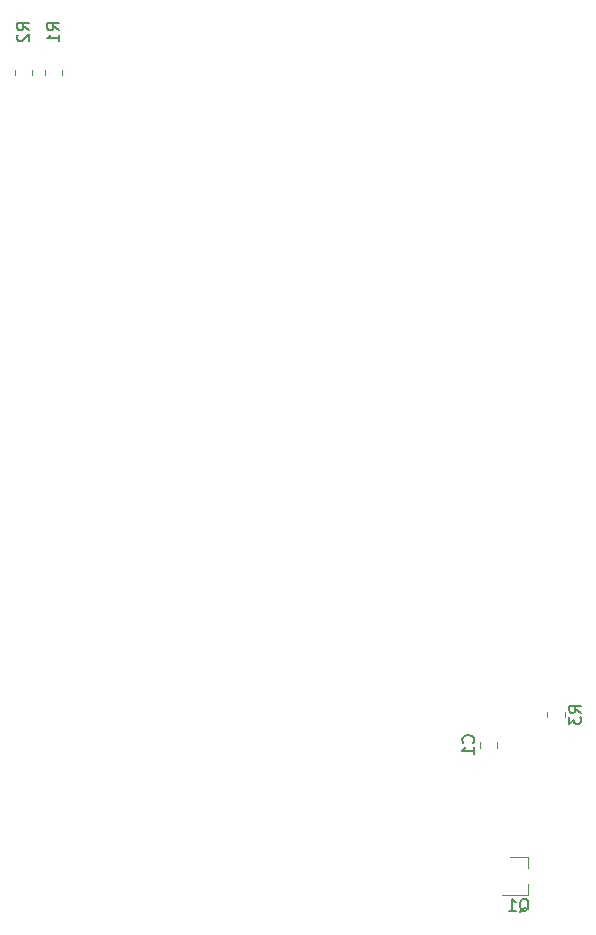
<source format=gbr>
%TF.GenerationSoftware,KiCad,Pcbnew,(5.1.8)-1*%
%TF.CreationDate,2024-08-14T23:33:12+03:00*%
%TF.ProjectId,ALU,414c552e-6b69-4636-9164-5f7063625858,rev?*%
%TF.SameCoordinates,Original*%
%TF.FileFunction,Legend,Bot*%
%TF.FilePolarity,Positive*%
%FSLAX46Y46*%
G04 Gerber Fmt 4.6, Leading zero omitted, Abs format (unit mm)*
G04 Created by KiCad (PCBNEW (5.1.8)-1) date 2024-08-14 23:33:12*
%MOMM*%
%LPD*%
G01*
G04 APERTURE LIST*
%ADD10C,0.120000*%
%ADD11C,0.150000*%
G04 APERTURE END LIST*
D10*
%TO.C,R3*%
X73560000Y-92937064D02*
X73560000Y-92482936D01*
X75030000Y-92937064D02*
X75030000Y-92482936D01*
%TO.C,R2*%
X28475000Y-38142936D02*
X28475000Y-38597064D01*
X29945000Y-38142936D02*
X29945000Y-38597064D01*
%TO.C,R1*%
X31015000Y-38142936D02*
X31015000Y-38597064D01*
X32485000Y-38142936D02*
X32485000Y-38597064D01*
%TO.C,Q1*%
X71880000Y-104782500D02*
X71880000Y-105712500D01*
X71880000Y-107942500D02*
X71880000Y-107012500D01*
X71880000Y-107942500D02*
X69720000Y-107942500D01*
X71880000Y-104782500D02*
X70420000Y-104782500D01*
%TO.C,C1*%
X67845000Y-94988748D02*
X67845000Y-95511252D01*
X69315000Y-94988748D02*
X69315000Y-95511252D01*
%TO.C,R3*%
D11*
X76397380Y-92543333D02*
X75921190Y-92210000D01*
X76397380Y-91971904D02*
X75397380Y-91971904D01*
X75397380Y-92352857D01*
X75445000Y-92448095D01*
X75492619Y-92495714D01*
X75587857Y-92543333D01*
X75730714Y-92543333D01*
X75825952Y-92495714D01*
X75873571Y-92448095D01*
X75921190Y-92352857D01*
X75921190Y-91971904D01*
X75397380Y-92876666D02*
X75397380Y-93495714D01*
X75778333Y-93162380D01*
X75778333Y-93305238D01*
X75825952Y-93400476D01*
X75873571Y-93448095D01*
X75968809Y-93495714D01*
X76206904Y-93495714D01*
X76302142Y-93448095D01*
X76349761Y-93400476D01*
X76397380Y-93305238D01*
X76397380Y-93019523D01*
X76349761Y-92924285D01*
X76302142Y-92876666D01*
%TO.C,R2*%
X29662380Y-34758333D02*
X29186190Y-34425000D01*
X29662380Y-34186904D02*
X28662380Y-34186904D01*
X28662380Y-34567857D01*
X28710000Y-34663095D01*
X28757619Y-34710714D01*
X28852857Y-34758333D01*
X28995714Y-34758333D01*
X29090952Y-34710714D01*
X29138571Y-34663095D01*
X29186190Y-34567857D01*
X29186190Y-34186904D01*
X28757619Y-35139285D02*
X28710000Y-35186904D01*
X28662380Y-35282142D01*
X28662380Y-35520238D01*
X28710000Y-35615476D01*
X28757619Y-35663095D01*
X28852857Y-35710714D01*
X28948095Y-35710714D01*
X29090952Y-35663095D01*
X29662380Y-35091666D01*
X29662380Y-35710714D01*
%TO.C,R1*%
X32202380Y-34758333D02*
X31726190Y-34425000D01*
X32202380Y-34186904D02*
X31202380Y-34186904D01*
X31202380Y-34567857D01*
X31250000Y-34663095D01*
X31297619Y-34710714D01*
X31392857Y-34758333D01*
X31535714Y-34758333D01*
X31630952Y-34710714D01*
X31678571Y-34663095D01*
X31726190Y-34567857D01*
X31726190Y-34186904D01*
X32202380Y-35710714D02*
X32202380Y-35139285D01*
X32202380Y-35425000D02*
X31202380Y-35425000D01*
X31345238Y-35329761D01*
X31440476Y-35234523D01*
X31488095Y-35139285D01*
%TO.C,Q1*%
X71215238Y-109410119D02*
X71310476Y-109362500D01*
X71405714Y-109267261D01*
X71548571Y-109124404D01*
X71643809Y-109076785D01*
X71739047Y-109076785D01*
X71691428Y-109314880D02*
X71786666Y-109267261D01*
X71881904Y-109172023D01*
X71929523Y-108981547D01*
X71929523Y-108648214D01*
X71881904Y-108457738D01*
X71786666Y-108362500D01*
X71691428Y-108314880D01*
X71500952Y-108314880D01*
X71405714Y-108362500D01*
X71310476Y-108457738D01*
X71262857Y-108648214D01*
X71262857Y-108981547D01*
X71310476Y-109172023D01*
X71405714Y-109267261D01*
X71500952Y-109314880D01*
X71691428Y-109314880D01*
X70310476Y-109314880D02*
X70881904Y-109314880D01*
X70596190Y-109314880D02*
X70596190Y-108314880D01*
X70691428Y-108457738D01*
X70786666Y-108552976D01*
X70881904Y-108600595D01*
%TO.C,C1*%
X67257142Y-95083333D02*
X67304761Y-95035714D01*
X67352380Y-94892857D01*
X67352380Y-94797619D01*
X67304761Y-94654761D01*
X67209523Y-94559523D01*
X67114285Y-94511904D01*
X66923809Y-94464285D01*
X66780952Y-94464285D01*
X66590476Y-94511904D01*
X66495238Y-94559523D01*
X66400000Y-94654761D01*
X66352380Y-94797619D01*
X66352380Y-94892857D01*
X66400000Y-95035714D01*
X66447619Y-95083333D01*
X67352380Y-96035714D02*
X67352380Y-95464285D01*
X67352380Y-95750000D02*
X66352380Y-95750000D01*
X66495238Y-95654761D01*
X66590476Y-95559523D01*
X66638095Y-95464285D01*
%TD*%
M02*

</source>
